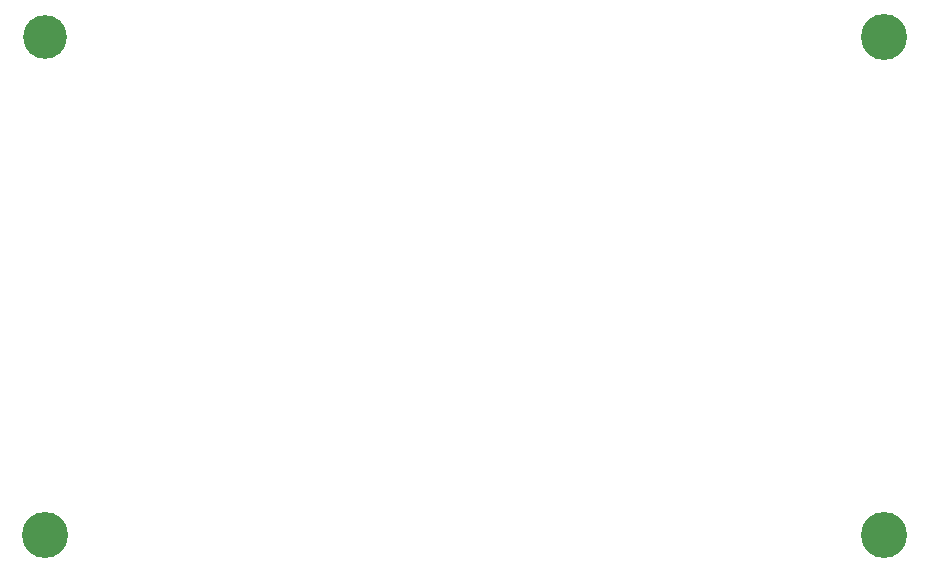
<source format=gbr>
G04 #@! TF.FileFunction,Copper,L2,Bot,Signal*
%FSLAX46Y46*%
G04 Gerber Fmt 4.6, Leading zero omitted, Abs format (unit mm)*
G04 Created by KiCad (PCBNEW no-vcs-found-product) date Fri Nov  4 22:39:12 2016*
%MOMM*%
%LPD*%
G01*
G04 APERTURE LIST*
%ADD10C,0.100000*%
%ADD11C,3.900000*%
%ADD12C,3.700000*%
G04 APERTURE END LIST*
D10*
D11*
X125800000Y-104800000D03*
X125800000Y-147000000D03*
D12*
X54800000Y-104800000D03*
D11*
X54800000Y-147000000D03*
M02*

</source>
